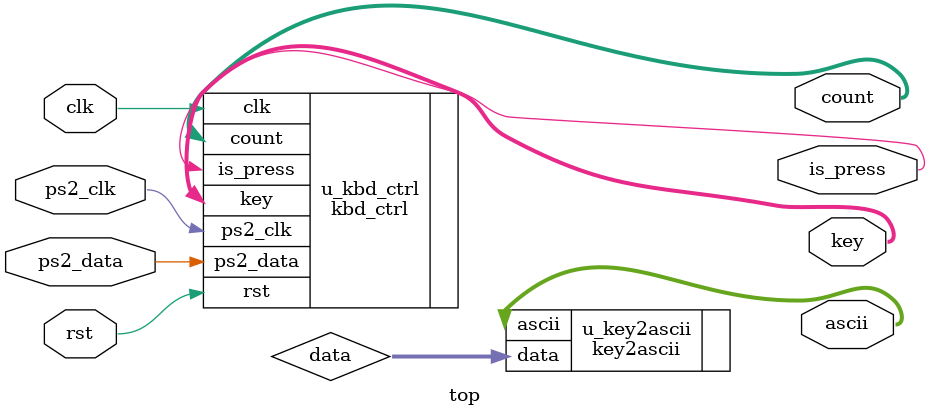
<source format=v>
`timescale 1ns / 1ps
module top(
        input clk,
        input rst,
        input ps2_clk,
        input ps2_data,
        output [7:0] key,
        output [7:0] ascii,
        output [7:0] count,
        output is_press
    );

    kbd_ctrl u_kbd_ctrl(
                 .clk        	( clk         ),
                 .rst       	( rst         ),
                 .ps2_clk    	( ps2_clk     ),
                 .ps2_data   	( ps2_data    ),
                 .is_press 	    ( is_press    ),
                 .count         ( count       ),
                 .key           ( key         )
             );

    wire [7:0] data;

    key2ascii u_key2ascii(
                  .data   	( data    ),
                  .ascii 	( ascii   )
              );

    wire [3:0] b;
    wire [7:0] h;

    hex7seg u_hex7seg(
                .b 	( b  ),
                .h 	( h  )
            );


endmodule

</source>
